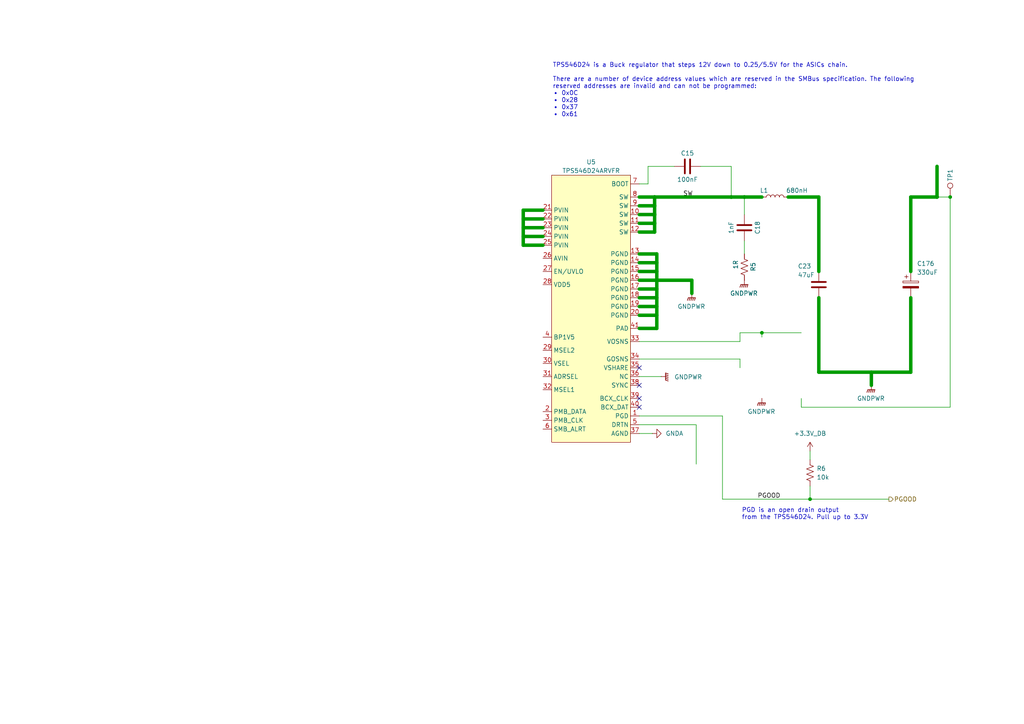
<source format=kicad_sch>
(kicad_sch (version 20231120) (generator "eeschema") (generator_version "8.0")
  (paper "A4")
  (lib_symbols
    (symbol "Connector:TestPoint" (pin_numbers hide) (pin_names (offset 0.762) hide)
      (property "Reference" "TP" (at 0 6.858 0))
      (property "Value" "TestPoint" (at 0 5.08 0))
      (symbol "TestPoint_0_1"
        (circle (center 0 3.302) (radius 0.762))
      )
      (symbol "TestPoint_1_1"
        (pin passive line (at 0 0 90) (length 2.54) (name "1") (number "1"))
      )
    )
    (symbol "Device:C" (pin_numbers hide) (pin_names (offset 0.254))
      (property "Reference" "C" (at 0.635 2.54 0))
      (property "Value" "C" (at 0.635 -2.54 0))
      (symbol "C_0_1"
        (polyline (pts (xy -2.032 -0.762) (xy 2.032 -0.762)) (stroke (width 0.508)))
        (polyline (pts (xy -2.032 0.762) (xy 2.032 0.762)) (stroke (width 0.508)))
      )
      (symbol "C_1_1"
        (pin passive line (at 0 3.81 270) (length 2.794) (name "~") (number "1"))
        (pin passive line (at 0 -3.81 90) (length 2.794) (name "~") (number "2"))
      )
    )
    (symbol "Device:C_Polarized" (pin_numbers hide) (pin_names (offset 0.254))
      (property "Reference" "C" (at 0.635 2.54 0))
      (property "Value" "C_Polarized" (at 0.635 -2.54 0))
      (symbol "C_Polarized_0_1"
        (rectangle (start -2.286 0.508) (end 2.286 1.016))
        (polyline (pts (xy -1.778 2.286) (xy -0.762 2.286)))
        (polyline (pts (xy -1.27 2.794) (xy -1.27 1.778)))
        (rectangle (start 2.286 -0.508) (end -2.286 -1.016) (fill (type outline)))
      )
      (symbol "C_Polarized_1_1"
        (pin passive line (at 0 3.81 270) (length 2.794) (name "~") (number "1"))
        (pin passive line (at 0 -3.81 90) (length 2.794) (name "~") (number "2"))
      )
    )
    (symbol "Device:L" (pin_numbers hide) (pin_names (offset 1.016) hide)
      (property "Reference" "L" (at -1.27 0 90))
      (property "Value" "L" (at 1.905 0 90))
      (symbol "L_0_1"
        (arc (start 0 -2.54) (mid 0.6323 -1.905) (end 0 -1.27))
        (arc (start 0 -1.27) (mid 0.6323 -0.635) (end 0 0))
        (arc (start 0 0) (mid 0.6323 0.635) (end 0 1.27))
        (arc (start 0 1.27) (mid 0.6323 1.905) (end 0 2.54))
      )
      (symbol "L_1_1"
        (pin passive line (at 0 3.81 270) (length 1.27) (name "1") (number "1"))
        (pin passive line (at 0 -3.81 90) (length 1.27) (name "2") (number "2"))
      )
    )
    (symbol "Device:R_US" (pin_numbers hide) (pin_names (offset 0))
      (property "Reference" "R" (at 2.54 0 90))
      (property "Value" "R_US" (at -2.54 0 90))
      (symbol "R_US_0_1"
        (polyline (pts (xy 0 -2.286) (xy 0 -2.54)))
        (polyline (pts (xy 0 2.286) (xy 0 2.54)))
        (polyline (pts (xy 0 -0.762) (xy 1.016 -1.143) (xy 0 -1.524) (xy -1.016 -1.905) (xy 0 -2.286)))
        (polyline (pts (xy 0 0.762) (xy 1.016 0.381) (xy 0 0) (xy -1.016 -0.381) (xy 0 -0.762)))
        (polyline (pts (xy 0 2.286) (xy 1.016 1.905) (xy 0 1.524) (xy -1.016 1.143) (xy 0 0.762)))
      )
      (symbol "R_US_1_1"
        (pin passive line (at 0 3.81 270) (length 1.27) (name "~") (number "1"))
        (pin passive line (at 0 -3.81 90) (length 1.27) (name "~") (number "2"))
      )
    )
    (symbol "bitaxe:TPS546D24"
      (property "Reference" "U" (at -7.62 43.18 0))
      (property "Value" "TPS546D24" (at 6.35 43.18 0))
      (symbol "TPS546D24_0_1"
        (rectangle (start -11.43 41.91) (end 11.43 -35.56) (stroke (width 0.1524)) (fill (type background)))
      )
      (symbol "TPS546D24_1_1"
        (pin input line (at 13.97 -27.94 180) (length 2.54) (name "PGD") (number "1"))
        (pin power_in line (at 13.97 30.48 180) (length 2.54) (name "SW") (number "10"))
        (pin output line (at 13.97 27.94 180) (length 2.54) (name "SW") (number "11"))
        (pin power_out line (at 13.97 25.4 180) (length 2.54) (name "SW") (number "12"))
        (pin output line (at 13.97 19.05 180) (length 2.54) (name "PGND") (number "13"))
        (pin output line (at 13.97 16.51 180) (length 2.54) (name "PGND") (number "14"))
        (pin input line (at 13.97 13.97 180) (length 2.54) (name "PGND") (number "15"))
        (pin input line (at 13.97 11.43 180) (length 2.54) (name "PGND") (number "16"))
        (pin power_in line (at 13.97 8.89 180) (length 2.54) (name "PGND") (number "17"))
        (pin input line (at 13.97 6.35 180) (length 2.54) (name "PGND") (number "18"))
        (pin input line (at 13.97 3.81 180) (length 2.54) (name "PGND") (number "19"))
        (pin input line (at -13.97 -26.67 0) (length 2.54) (name "PMB_DATA") (number "2"))
        (pin power_in line (at 13.97 1.27 180) (length 2.54) (name "PGND") (number "20"))
        (pin input line (at -13.97 31.75 0) (length 2.54) (name "PVIN") (number "21"))
        (pin input line (at -13.97 29.21 0) (length 2.54) (name "PVIN") (number "22"))
        (pin input line (at -13.97 26.67 0) (length 2.54) (name "PVIN") (number "23"))
        (pin input line (at -13.97 24.13 0) (length 2.54) (name "PVIN") (number "24"))
        (pin input line (at -13.97 21.59 0) (length 2.54) (name "PVIN") (number "25"))
        (pin input line (at -13.97 17.78 0) (length 2.54) (name "AVIN") (number "26"))
        (pin input line (at -13.97 13.97 0) (length 2.54) (name "EN/UVLO") (number "27"))
        (pin output line (at -13.97 10.16 0) (length 2.54) (name "VDD5") (number "28"))
        (pin power_in line (at -13.97 -8.89 0) (length 2.54) (name "MSEL2") (number "29"))
        (pin input line (at -13.97 -29.21 0) (length 2.54) (name "PMB_CLK") (number "3"))
        (pin power_in line (at -13.97 -12.7 0) (length 2.54) (name "VSEL") (number "30"))
        (pin output line (at -13.97 -16.51 0) (length 2.54) (name "ADRSEL") (number "31"))
        (pin power_out line (at -13.97 -20.32 0) (length 2.54) (name "MSEL1") (number "32"))
        (pin output line (at 13.97 -6.35 180) (length 2.54) (name "VOSNS") (number "33"))
        (pin output line (at 13.97 -11.43 180) (length 2.54) (name "GOSNS") (number "34"))
        (pin input line (at 13.97 -13.97 180) (length 2.54) (name "VSHARE") (number "35"))
        (pin input line (at 13.97 -16.51 180) (length 2.54) (name "NC") (number "36"))
        (pin power_in line (at 13.97 -33.02 180) (length 2.54) (name "AGND") (number "37"))
        (pin input line (at 13.97 -19.05 180) (length 2.54) (name "SYNC") (number "38"))
        (pin input line (at 13.97 -22.86 180) (length 2.54) (name "BCX_CLK") (number "39"))
        (pin input line (at -13.97 -5.08 0) (length 2.54) (name "BP1V5") (number "4"))
        (pin input line (at 13.97 -25.4 180) (length 2.54) (name "BCX_DAT") (number "40"))
        (pin power_in line (at 13.97 -2.54 180) (length 2.54) (name "PAD") (number "41"))
        (pin input line (at 13.97 -30.48 180) (length 2.54) (name "DRTN") (number "5"))
        (pin input line (at -13.97 -31.75 0) (length 2.54) (name "SMB_ALRT") (number "6"))
        (pin input line (at 13.97 39.37 180) (length 2.54) (name "BOOT") (number "7"))
        (pin output line (at 13.97 35.56 180) (length 2.54) (name "SW") (number "8"))
        (pin power_in line (at 13.97 33.02 180) (length 2.54) (name "SW") (number "9"))
      )
    )
    (symbol "power:+3.3V" (power) (pin_names (offset 0))
      (property "Value" "+3.3V" (at 0 3.556 0))
      (symbol "+3.3V_0_1"
        (polyline (pts (xy -0.762 1.27) (xy 0 2.54)))
        (polyline (pts (xy 0 0) (xy 0 2.54)))
        (polyline (pts (xy 0 2.54) (xy 0.762 1.27)))
      )
      (symbol "+3.3V_1_1"
        (pin power_in line (at 0 0 90) (length 0) hide (name "+3.3V") (number "1"))
      )
    )
    (symbol "power:GNDA" (power) (pin_numbers hide) (pin_names (offset 0) hide)
      (property "Value" "GNDA" (at 0 -3.81 0))
      (symbol "GNDA_0_1"
        (polyline (pts (xy 0 0) (xy 0 -1.27) (xy 1.27 -1.27) (xy 0 -2.54) (xy -1.27 -1.27) (xy 0 -1.27)))
      )
      (symbol "GNDA_1_1"
        (pin power_in line (at 0 0 270) (length 0) (name "~") (number "1"))
      )
    )
    (symbol "power:GNDPWR" (power) (pin_numbers hide) (pin_names (offset 0) hide)
      (property "Value" "GNDPWR" (at 0 -3.302 0))
      (symbol "GNDPWR_0_1"
        (polyline (pts (xy 0 -1.27) (xy 0 0)))
        (polyline (pts (xy -1.016 -1.27) (xy -1.27 -2.032) (xy -1.27 -2.032)) (stroke (width 0.2032)))
        (polyline (pts (xy -0.508 -1.27) (xy -0.762 -2.032) (xy -0.762 -2.032)) (stroke (width 0.2032)))
        (polyline (pts (xy 0 -1.27) (xy -0.254 -2.032) (xy -0.254 -2.032)) (stroke (width 0.2032)))
        (polyline (pts (xy 0.508 -1.27) (xy 0.254 -2.032) (xy 0.254 -2.032)) (stroke (width 0.2032)))
        (polyline (pts (xy 1.016 -1.27) (xy -1.016 -1.27) (xy -1.016 -1.27)) (stroke (width 0.2032)))
        (polyline (pts (xy 1.016 -1.27) (xy 0.762 -2.032) (xy 0.762 -2.032) (xy 0.762 -2.032)) (stroke (width 0.2032)))
      )
      (symbol "GNDPWR_1_1"
        (pin power_in line (at 0 0 270) (length 0) (name "~") (number "1"))
      )
    )
  )
  (junction (at 252.73 107.95))
  (junction (at 151.765 63.5))
  (junction (at 190.5 86.36))
  (junction (at 151.765 68.58))
  (junction (at 189.865 57.15))
  (junction (at 190.5 76.2))
  (junction (at 190.5 91.44))
  (junction (at 189.865 62.23))
  (junction (at 190.5 83.82))
  (junction (at 215.9 57.15))
  (junction (at 190.5 88.9))
  (junction (at 190.5 78.74))
  (junction (at 190.5 81.28))
  (junction (at 271.78 57.15))
  (junction (at 275.59 57.15))
  (junction (at 212.09 57.15))
  (junction (at 189.865 64.77))
  (junction (at 220.98 96.52))
  (junction (at 151.765 66.04))
  (junction (at 189.865 59.69))
  (junction (at 234.95 144.78))
  (no_connect (at 185.42 106.68))
  (no_connect (at 185.42 111.76))
  (no_connect (at 185.42 115.57))
  (no_connect (at 185.42 118.11))
  (wire (pts (xy 185.42 64.77) (xy 189.865 64.77)) (stroke (width 1)))
  (wire (pts (xy 190.5 78.74) (xy 190.5 81.28)) (stroke (width 1)))
  (wire (pts (xy 185.42 62.23) (xy 189.865 62.23)) (stroke (width 1)))
  (wire (pts (xy 187.96 48.26) (xy 195.58 48.26)))
  (wire (pts (xy 185.42 104.14) (xy 214.63 104.14)))
  (wire (pts (xy 185.42 53.34) (xy 187.96 53.34)))
  (wire (pts (xy 215.9 57.15) (xy 215.9 62.23)))
  (wire (pts (xy 237.49 57.15) (xy 237.49 78.74)) (stroke (width 1)))
  (wire (pts (xy 185.42 109.22) (xy 191.77 109.22)))
  (wire (pts (xy 151.765 66.04) (xy 157.48 66.04)) (stroke (width 1)))
  (wire (pts (xy 271.78 48.26) (xy 271.78 57.15)) (stroke (width 1)))
  (wire (pts (xy 151.765 63.5) (xy 157.48 63.5)) (stroke (width 1)))
  (wire (pts (xy 275.59 57.15) (xy 275.59 118.11)))
  (wire (pts (xy 185.42 83.82) (xy 190.5 83.82)) (stroke (width 1)))
  (wire (pts (xy 157.48 71.12) (xy 151.765 71.12)) (stroke (width 1)))
  (wire (pts (xy 264.16 57.15) (xy 264.16 78.74)) (stroke (width 1)))
  (wire (pts (xy 190.5 86.36) (xy 190.5 88.9)) (stroke (width 1)))
  (wire (pts (xy 189.865 57.15) (xy 212.09 57.15)) (stroke (width 1)))
  (wire (pts (xy 234.95 130.81) (xy 234.95 133.35)))
  (wire (pts (xy 190.5 76.2) (xy 190.5 78.74)) (stroke (width 1)))
  (wire (pts (xy 185.42 86.36) (xy 190.5 86.36)) (stroke (width 1)))
  (wire (pts (xy 185.42 120.65) (xy 209.55 120.65)))
  (wire (pts (xy 185.42 95.25) (xy 190.5 95.25)) (stroke (width 1)))
  (wire (pts (xy 185.42 76.2) (xy 190.5 76.2)) (stroke (width 1)))
  (wire (pts (xy 190.5 91.44) (xy 190.5 95.25)) (stroke (width 1)))
  (wire (pts (xy 201.93 134.62) (xy 201.93 123.19)))
  (wire (pts (xy 185.42 125.73) (xy 189.23 125.73)))
  (wire (pts (xy 214.63 96.52) (xy 220.98 96.52)))
  (wire (pts (xy 151.765 60.96) (xy 151.765 63.5)) (stroke (width 1)))
  (wire (pts (xy 275.59 118.11) (xy 232.41 118.11)))
  (wire (pts (xy 151.765 66.04) (xy 151.765 68.58)) (stroke (width 1)))
  (wire (pts (xy 200.66 85.09) (xy 200.66 81.28)) (stroke (width 1)))
  (wire (pts (xy 237.49 107.95) (xy 252.73 107.95)) (stroke (width 1)))
  (wire (pts (xy 185.42 73.66) (xy 190.5 73.66)) (stroke (width 1)))
  (wire (pts (xy 209.55 144.78) (xy 234.95 144.78)))
  (wire (pts (xy 151.765 68.58) (xy 151.765 71.12)) (stroke (width 1)))
  (wire (pts (xy 185.42 81.28) (xy 190.5 81.28)) (stroke (width 1)))
  (wire (pts (xy 252.73 107.95) (xy 264.16 107.95)) (stroke (width 1)))
  (wire (pts (xy 189.865 62.23) (xy 189.865 59.69)) (stroke (width 1)))
  (wire (pts (xy 190.5 73.66) (xy 190.5 76.2)) (stroke (width 1)))
  (wire (pts (xy 185.42 59.69) (xy 189.865 59.69)) (stroke (width 1)))
  (wire (pts (xy 215.9 57.15) (xy 220.98 57.15)) (stroke (width 1)))
  (wire (pts (xy 264.16 57.15) (xy 271.78 57.15)) (stroke (width 1)))
  (wire (pts (xy 252.73 111.76) (xy 252.73 107.95)) (stroke (width 1)))
  (wire (pts (xy 212.09 48.26) (xy 212.09 57.15)))
  (wire (pts (xy 234.95 144.78) (xy 257.81 144.78)))
  (wire (pts (xy 237.49 86.36) (xy 237.49 107.95)) (stroke (width 1)))
  (wire (pts (xy 189.865 57.15) (xy 185.42 57.15)) (stroke (width 1)))
  (wire (pts (xy 190.5 91.44) (xy 185.42 91.44)) (stroke (width 1)))
  (wire (pts (xy 189.865 67.31) (xy 189.865 64.77)) (stroke (width 1)))
  (wire (pts (xy 190.5 81.28) (xy 200.66 81.28)) (stroke (width 1)))
  (wire (pts (xy 151.765 60.96) (xy 157.48 60.96)) (stroke (width 1)))
  (wire (pts (xy 190.5 83.82) (xy 190.5 86.36)) (stroke (width 1)))
  (wire (pts (xy 234.95 140.97) (xy 234.95 144.78)))
  (wire (pts (xy 232.41 118.11) (xy 232.41 115.57)))
  (wire (pts (xy 151.765 68.58) (xy 157.48 68.58)) (stroke (width 1)))
  (wire (pts (xy 271.78 57.15) (xy 275.59 57.15)))
  (wire (pts (xy 189.865 59.69) (xy 189.865 57.15)) (stroke (width 1)))
  (wire (pts (xy 209.55 120.65) (xy 209.55 144.78)))
  (wire (pts (xy 203.2 48.26) (xy 212.09 48.26)))
  (wire (pts (xy 185.42 67.31) (xy 189.865 67.31)) (stroke (width 1)))
  (wire (pts (xy 189.865 64.77) (xy 189.865 62.23)) (stroke (width 1)))
  (wire (pts (xy 264.16 86.36) (xy 264.16 107.95)) (stroke (width 1)))
  (wire (pts (xy 214.63 99.06) (xy 214.63 96.52)))
  (wire (pts (xy 215.9 69.85) (xy 215.9 73.66)))
  (wire (pts (xy 228.6 57.15) (xy 237.49 57.15)) (stroke (width 1)))
  (wire (pts (xy 212.09 57.15) (xy 215.9 57.15)) (stroke (width 1)))
  (wire (pts (xy 201.93 123.19) (xy 185.42 123.19)))
  (wire (pts (xy 185.42 99.06) (xy 214.63 99.06)))
  (wire (pts (xy 185.42 88.9) (xy 190.5 88.9)) (stroke (width 1)))
  (wire (pts (xy 190.5 81.28) (xy 190.5 83.82)) (stroke (width 1)))
  (wire (pts (xy 185.42 78.74) (xy 190.5 78.74)) (stroke (width 1)))
  (wire (pts (xy 220.98 96.52) (xy 220.98 97.79)))
  (wire (pts (xy 187.96 53.34) (xy 187.96 48.26)))
  (wire (pts (xy 151.765 63.5) (xy 151.765 66.04)) (stroke (width 1)))
  (wire (pts (xy 220.98 96.52) (xy 232.41 96.52)))
  (wire (pts (xy 190.5 88.9) (xy 190.5 91.44)) (stroke (width 1)))
  (wire (pts (xy 214.63 104.14) (xy 214.63 106.68)))
  (text "TPS546D24 is a Buck regulator that steps 12V down to 0.25/5.5V for the ASICs chain.\n\nThere are a number of device address values which are reserved in the SMBus specification. The following\nreserved addresses are invalid and can not be programmed:\n• 0x0C\n• 0x28\n• 0x37\n• 0x61\n" (at 160.274 34.036 0) (effects (font (size 1.27 1.27)) (justify left bottom)))
  (text "PGD is an open drain output\nfrom the TPS546D24. Pull up to 3.3V" (at 215.138 150.876 0) (effects (font (size 1.27 1.27)) (justify left bottom)))
  (label "SW" (at 198.12 57.15 0))
  (label "PGOOD" (at 219.71 144.78 0))
  (hierarchical_label "PGOOD" (shape output) (at 257.81 144.78 0))
  (symbol (lib_id "Device:C") (at 215.9 66.04 0) (unit 1)
    (property "Reference" "C18" (at 219.71 66.04 90))
    (property "Value" "1nF" (at 212.09 66.04 90))
    (property "Footprint" "Capacitor_SMD:C_0805_2012Metric" (effects (hide yes)))
    (property "DK" "311-1127-1-ND" (effects (hide yes)))
    (property "PARTNO" "CC0805KRX7R9BB102" (effects (hide yes)))
  )
  (symbol (lib_id "power:+3.3V") (at 234.95 130.81 0) (unit 1)
    (property "Reference" "#PWR0210" (effects (hide yes)))
    (property "Value" "+3.3V_DB" (at 234.95 125.73 0))
  )
  (symbol (lib_id "Device:C") (at 199.39 48.26 90) (unit 1)
    (property "Reference" "C15" (at 199.39 44.45 90))
    (property "Value" "100nF" (at 199.39 52.07 90))
    (property "Footprint" "Capacitor_SMD:C_0805_2012Metric" (effects (hide yes)))
    (property "DK" "478-KGM21NR71E104KTCT-ND" (effects (hide yes)))
    (property "PARTNO" "KGM21NR71E104KT" (effects (hide yes)))
  )
  (symbol (lib_id "power:GNDPWR") (at 215.9 81.28 0) (unit 1)
    (property "Reference" "#PWR034" (effects (hide yes)))
    (property "Value" "GNDPWR" (at 215.773 85.09 0))
    (property "Description" "Power symbol creates a global label with name \"GNDPWR\" , global ground" (effects (hide yes)))
  )
  (symbol (lib_id "Connector:TestPoint") (at 275.59 57.15 0) (mirror y) (unit 1) (in_bom no)
    (property "Reference" "TP1" (at 275.59 50.8 90))
    (property "Value" "TestPoint" (effects (hide yes)))
    (property "Footprint" "TestPoint:TestPoint_Pad_D1.0mm" (effects (hide yes)))
  )
  (symbol (lib_id "power:GNDPWR") (at 220.98 115.57 0) (unit 1)
    (property "Reference" "#PWR0181" (effects (hide yes)))
    (property "Value" "GNDPWR" (at 220.853 119.38 0))
    (property "Description" "Power symbol creates a global label with name \"GNDPWR\" , global ground" (effects (hide yes)))
  )
  (symbol (lib_id "power:GNDPWR") (at 191.77 109.22 90) (unit 1)
    (property "Reference" "#PWR041" (effects (hide yes)))
    (property "Value" "GNDPWR" (at 195.58 109.3469 90) (effects (justify right)))
    (property "Description" "Power symbol creates a global label with name \"GNDPWR\" , global ground" (effects (hide yes)))
  )
  (symbol (lib_id "Device:C") (at 237.49 82.55 0) (unit 1)
    (property "Reference" "C23" (at 231.394 77.216 0) (effects (justify left)))
    (property "Value" "47uF" (at 231.394 79.756 0) (effects (justify left)))
    (property "Footprint" "Capacitor_SMD:C_1210_3225Metric" (effects (hide yes)))
    (property "DK" "490-6539-1-ND" (effects (hide yes)))
    (property "PARTNO" "GRM32ER61C476KE15L" (effects (hide yes)))
  )
  (symbol (lib_id "power:GNDPWR") (at 252.73 111.76 0) (unit 1)
    (property "Reference" "#PWR0205" (effects (hide yes)))
    (property "Value" "GNDPWR" (at 252.603 115.57 0))
    (property "Description" "Power symbol creates a global label with name \"GNDPWR\" , global ground" (effects (hide yes)))
  )
  (symbol (lib_id "Device:R_US") (at 215.9 77.47 0) (unit 1)
    (property "Reference" "R5" (at 218.44 78.74 90) (effects (justify left)))
    (property "Value" "1R" (at 213.36 78.105 90) (effects (justify left)))
    (property "Footprint" "Resistor_SMD:R_1206_3216Metric" (effects (hide yes)))
    (property "Description" "0.25W" (effects (hide yes)))
    (property "DK" "CSR1206FT1R00CT-ND" (effects (hide yes)))
    (property "PARTNO" "CSR1206FT1R00" (effects (hide yes)))
  )
  (symbol (lib_id "Device:L") (at 224.79 57.15 90) (unit 1)
    (property "Reference" "L1" (at 221.615 55.245 90))
    (property "Value" "680nH" (at 231.14 55.245 90))
    (property "Footprint" "Inductor_SMD:L_Coilcraft_XAL1010-XXX" (effects (hide yes)))
    (property "Datasheet" "https://www.coilcraft.com/getmedia/dd74e670-e705-456a-9a69-585fe02eaf3c/xal1010.pdf" (effects (hide yes)))
    (property "PARTNO" "XAL1010-681MED" (effects (hide yes)))
    (property "DK" "2457-XAL1010-681MED-ND" (effects (hide yes)))
    (property "Mouser" "994-XAL1010-681MED" (effects (hide yes)))
    (property "HEIGHT" "10mm" (effects (hide yes)))
  )
  (symbol (lib_id "power:GNDA") (at 189.23 125.73 90) (unit 1)
    (property "Reference" "#PWR0177" (effects (hide yes)))
    (property "Value" "GNDA" (at 193.04 125.7299 90) (effects (justify right)))
    (property "Description" "Power symbol creates a global label with name \"GNDA\" , analog ground" (effects (hide yes)))
  )
  (symbol (lib_id "Device:C_Polarized") (at 264.16 82.55 0) (unit 1)
    (property "Reference" "C176" (at 265.938 76.454 0) (effects (justify left)))
    (property "Value" "330uF" (at 265.938 78.994 0) (effects (justify left)))
    (property "Footprint" "Capacitor_Tantalum_SMD:CP_EIA-7343-31_Kemet-D_Pad2.25x2.55mm_HandSolder" (effects (hide yes)))
    (property "DK" "718-1028-1-ND" (effects (hide yes)))
    (property "PARTNO" "293D337X9010E2TE3" (effects (hide yes)))
  )
  (symbol (lib_id "power:GNDPWR") (at 200.66 85.09 0) (unit 1)
    (property "Reference" "#PWR033" (effects (hide yes)))
    (property "Value" "GNDPWR" (at 200.533 88.9 0))
    (property "Description" "Power symbol creates a global label with name \"GNDPWR\" , global ground" (effects (hide yes)))
  )
  (symbol (lib_id "bitaxe:TPS546D24") (at 171.45 92.71 0) (unit 1)
    (property "Reference" "U5" (at 171.45 46.99 0))
    (property "Value" "TPS546D24ARVFR" (at 171.45 49.53 0))
    (property "Footprint" "EKO_Miner_ASIClib:LQFN40-CLIP" (effects (hide yes)))
    (property "Datasheet" "https://www.ti.com/lit/ds/symlink/tps546d24a.pdf" (effects (hide yes)))
    (property "DK" "296-TPS546D24ARVFRCT-ND" (effects (hide yes)))
    (property "PARTNO" "TPS546D24ARVFR" (effects (hide yes)))
  )
  (symbol (lib_id "Device:R_US") (at 234.95 137.16 180) (unit 1)
    (property "Reference" "R6" (at 236.855 135.89 0) (effects (justify right)))
    (property "Value" "10k" (at 236.855 138.43 0) (effects (justify right)))
    (property "Footprint" "Resistor_SMD:R_0402_1005Metric" (effects (hide yes)))
    (property "DK" "311-10KJRCT-ND" (effects (hide yes)))
    (property "PARTNO" "RC0402JR-0710KL" (effects (hide yes)))
  )
)
</source>
